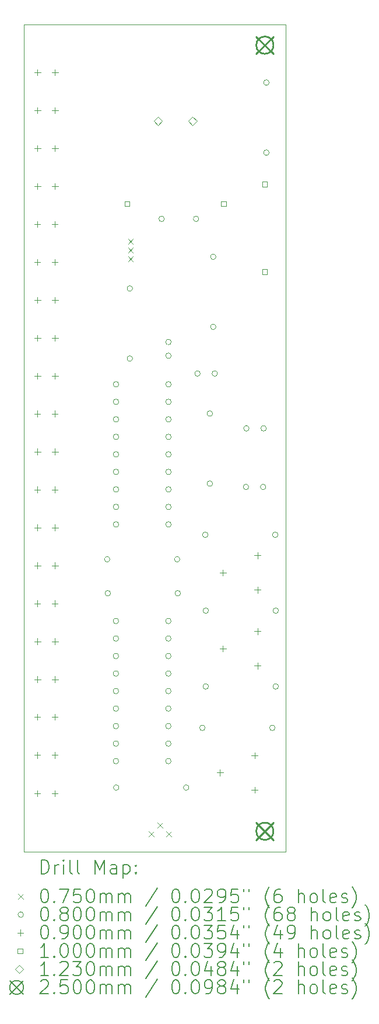
<source format=gbr>
%TF.GenerationSoftware,KiCad,Pcbnew,6.0.8-f2edbf62ab~116~ubuntu20.04.1*%
%TF.CreationDate,2022-11-01T19:33:54+01:00*%
%TF.ProjectId,temp,74656d70-2e6b-4696-9361-645f70636258,rev?*%
%TF.SameCoordinates,Original*%
%TF.FileFunction,Drillmap*%
%TF.FilePolarity,Positive*%
%FSLAX45Y45*%
G04 Gerber Fmt 4.5, Leading zero omitted, Abs format (unit mm)*
G04 Created by KiCad (PCBNEW 6.0.8-f2edbf62ab~116~ubuntu20.04.1) date 2022-11-01 19:33:54*
%MOMM*%
%LPD*%
G01*
G04 APERTURE LIST*
%ADD10C,0.100000*%
%ADD11C,0.200000*%
%ADD12C,0.075000*%
%ADD13C,0.080000*%
%ADD14C,0.090000*%
%ADD15C,0.123000*%
%ADD16C,0.250000*%
G04 APERTURE END LIST*
D10*
X11700000Y-15400000D02*
X15500000Y-15400000D01*
X15500000Y-15400000D02*
X15500000Y-3400000D01*
X15500000Y-3400000D02*
X11700000Y-3400000D01*
X11700000Y-3400000D02*
X11700000Y-15400000D01*
D11*
D12*
X13212500Y-6508500D02*
X13287500Y-6583500D01*
X13287500Y-6508500D02*
X13212500Y-6583500D01*
X13212500Y-6635500D02*
X13287500Y-6710500D01*
X13287500Y-6635500D02*
X13212500Y-6710500D01*
X13212500Y-6762500D02*
X13287500Y-6837500D01*
X13287500Y-6762500D02*
X13212500Y-6837500D01*
X13512500Y-15098500D02*
X13587500Y-15173500D01*
X13587500Y-15098500D02*
X13512500Y-15173500D01*
X13639500Y-14971500D02*
X13714500Y-15046500D01*
X13714500Y-14971500D02*
X13639500Y-15046500D01*
X13766500Y-15098500D02*
X13841500Y-15173500D01*
X13841500Y-15098500D02*
X13766500Y-15173500D01*
D13*
X12949369Y-11155583D02*
G75*
G03*
X12949369Y-11155583I-40000J0D01*
G01*
X12959423Y-11648370D02*
G75*
G03*
X12959423Y-11648370I-40000J0D01*
G01*
X13076282Y-12050546D02*
G75*
G03*
X13076282Y-12050546I-40000J0D01*
G01*
X13076282Y-12304546D02*
G75*
G03*
X13076282Y-12304546I-40000J0D01*
G01*
X13076282Y-12558546D02*
G75*
G03*
X13076282Y-12558546I-40000J0D01*
G01*
X13076282Y-12812546D02*
G75*
G03*
X13076282Y-12812546I-40000J0D01*
G01*
X13076282Y-13066546D02*
G75*
G03*
X13076282Y-13066546I-40000J0D01*
G01*
X13076282Y-13320546D02*
G75*
G03*
X13076282Y-13320546I-40000J0D01*
G01*
X13076282Y-13574546D02*
G75*
G03*
X13076282Y-13574546I-40000J0D01*
G01*
X13076282Y-13828546D02*
G75*
G03*
X13076282Y-13828546I-40000J0D01*
G01*
X13076282Y-14082546D02*
G75*
G03*
X13076282Y-14082546I-40000J0D01*
G01*
X13078000Y-8618000D02*
G75*
G03*
X13078000Y-8618000I-40000J0D01*
G01*
X13078000Y-8872000D02*
G75*
G03*
X13078000Y-8872000I-40000J0D01*
G01*
X13078000Y-9126000D02*
G75*
G03*
X13078000Y-9126000I-40000J0D01*
G01*
X13078000Y-9380000D02*
G75*
G03*
X13078000Y-9380000I-40000J0D01*
G01*
X13078000Y-9634000D02*
G75*
G03*
X13078000Y-9634000I-40000J0D01*
G01*
X13078000Y-9888000D02*
G75*
G03*
X13078000Y-9888000I-40000J0D01*
G01*
X13078000Y-10142000D02*
G75*
G03*
X13078000Y-10142000I-40000J0D01*
G01*
X13078000Y-10396000D02*
G75*
G03*
X13078000Y-10396000I-40000J0D01*
G01*
X13078000Y-10650000D02*
G75*
G03*
X13078000Y-10650000I-40000J0D01*
G01*
X13082000Y-14466460D02*
G75*
G03*
X13082000Y-14466460I-40000J0D01*
G01*
X13278696Y-7227888D02*
G75*
G03*
X13278696Y-7227888I-40000J0D01*
G01*
X13278696Y-8243888D02*
G75*
G03*
X13278696Y-8243888I-40000J0D01*
G01*
X13740251Y-6218406D02*
G75*
G03*
X13740251Y-6218406I-40000J0D01*
G01*
X13838282Y-12050546D02*
G75*
G03*
X13838282Y-12050546I-40000J0D01*
G01*
X13838282Y-12304546D02*
G75*
G03*
X13838282Y-12304546I-40000J0D01*
G01*
X13838282Y-12558546D02*
G75*
G03*
X13838282Y-12558546I-40000J0D01*
G01*
X13838282Y-12812546D02*
G75*
G03*
X13838282Y-12812546I-40000J0D01*
G01*
X13838282Y-13066546D02*
G75*
G03*
X13838282Y-13066546I-40000J0D01*
G01*
X13838282Y-13320546D02*
G75*
G03*
X13838282Y-13320546I-40000J0D01*
G01*
X13838282Y-13574546D02*
G75*
G03*
X13838282Y-13574546I-40000J0D01*
G01*
X13838282Y-13828546D02*
G75*
G03*
X13838282Y-13828546I-40000J0D01*
G01*
X13838282Y-14082546D02*
G75*
G03*
X13838282Y-14082546I-40000J0D01*
G01*
X13840000Y-8004489D02*
G75*
G03*
X13840000Y-8004489I-40000J0D01*
G01*
X13840000Y-8204489D02*
G75*
G03*
X13840000Y-8204489I-40000J0D01*
G01*
X13840000Y-8618000D02*
G75*
G03*
X13840000Y-8618000I-40000J0D01*
G01*
X13840000Y-8872000D02*
G75*
G03*
X13840000Y-8872000I-40000J0D01*
G01*
X13840000Y-9126000D02*
G75*
G03*
X13840000Y-9126000I-40000J0D01*
G01*
X13840000Y-9380000D02*
G75*
G03*
X13840000Y-9380000I-40000J0D01*
G01*
X13840000Y-9634000D02*
G75*
G03*
X13840000Y-9634000I-40000J0D01*
G01*
X13840000Y-9888000D02*
G75*
G03*
X13840000Y-9888000I-40000J0D01*
G01*
X13840000Y-10142000D02*
G75*
G03*
X13840000Y-10142000I-40000J0D01*
G01*
X13840000Y-10396000D02*
G75*
G03*
X13840000Y-10396000I-40000J0D01*
G01*
X13840000Y-10650000D02*
G75*
G03*
X13840000Y-10650000I-40000J0D01*
G01*
X13965369Y-11155583D02*
G75*
G03*
X13965369Y-11155583I-40000J0D01*
G01*
X13975423Y-11648370D02*
G75*
G03*
X13975423Y-11648370I-40000J0D01*
G01*
X14098000Y-14466460D02*
G75*
G03*
X14098000Y-14466460I-40000J0D01*
G01*
X14240251Y-6218406D02*
G75*
G03*
X14240251Y-6218406I-40000J0D01*
G01*
X14262049Y-8461434D02*
G75*
G03*
X14262049Y-8461434I-40000J0D01*
G01*
X14332000Y-13600000D02*
G75*
G03*
X14332000Y-13600000I-40000J0D01*
G01*
X14374000Y-10800000D02*
G75*
G03*
X14374000Y-10800000I-40000J0D01*
G01*
X14382000Y-11900000D02*
G75*
G03*
X14382000Y-11900000I-40000J0D01*
G01*
X14382000Y-13000000D02*
G75*
G03*
X14382000Y-13000000I-40000J0D01*
G01*
X14440000Y-9042000D02*
G75*
G03*
X14440000Y-9042000I-40000J0D01*
G01*
X14440000Y-10058000D02*
G75*
G03*
X14440000Y-10058000I-40000J0D01*
G01*
X14490000Y-6769000D02*
G75*
G03*
X14490000Y-6769000I-40000J0D01*
G01*
X14490000Y-7785000D02*
G75*
G03*
X14490000Y-7785000I-40000J0D01*
G01*
X14512049Y-8461434D02*
G75*
G03*
X14512049Y-8461434I-40000J0D01*
G01*
X14964981Y-10106601D02*
G75*
G03*
X14964981Y-10106601I-40000J0D01*
G01*
X14971743Y-9256601D02*
G75*
G03*
X14971743Y-9256601I-40000J0D01*
G01*
X15214981Y-10106601D02*
G75*
G03*
X15214981Y-10106601I-40000J0D01*
G01*
X15221743Y-9256601D02*
G75*
G03*
X15221743Y-9256601I-40000J0D01*
G01*
X15261414Y-4242000D02*
G75*
G03*
X15261414Y-4242000I-40000J0D01*
G01*
X15261414Y-5258000D02*
G75*
G03*
X15261414Y-5258000I-40000J0D01*
G01*
X15348000Y-13600000D02*
G75*
G03*
X15348000Y-13600000I-40000J0D01*
G01*
X15390000Y-10800000D02*
G75*
G03*
X15390000Y-10800000I-40000J0D01*
G01*
X15398000Y-11900000D02*
G75*
G03*
X15398000Y-11900000I-40000J0D01*
G01*
X15398000Y-13000000D02*
G75*
G03*
X15398000Y-13000000I-40000J0D01*
G01*
D14*
X11896000Y-6251146D02*
X11896000Y-6341146D01*
X11851000Y-6296146D02*
X11941000Y-6296146D01*
X11896000Y-6801146D02*
X11896000Y-6891146D01*
X11851000Y-6846146D02*
X11941000Y-6846146D01*
X11896000Y-9001146D02*
X11896000Y-9091146D01*
X11851000Y-9046146D02*
X11941000Y-9046146D01*
X11896000Y-10101146D02*
X11896000Y-10191146D01*
X11851000Y-10146146D02*
X11941000Y-10146146D01*
X11896000Y-11751146D02*
X11896000Y-11841146D01*
X11851000Y-11796146D02*
X11941000Y-11796146D01*
X11896000Y-13396221D02*
X11896000Y-13486221D01*
X11851000Y-13441221D02*
X11941000Y-13441221D01*
X11896000Y-13950221D02*
X11896000Y-14040221D01*
X11851000Y-13995221D02*
X11941000Y-13995221D01*
X11896000Y-14505000D02*
X11896000Y-14595000D01*
X11851000Y-14550000D02*
X11941000Y-14550000D01*
X11899779Y-4051146D02*
X11899779Y-4141146D01*
X11854779Y-4096146D02*
X11944779Y-4096146D01*
X11899779Y-4601146D02*
X11899779Y-4691146D01*
X11854779Y-4646146D02*
X11944779Y-4646146D01*
X11899779Y-5151146D02*
X11899779Y-5241146D01*
X11854779Y-5196146D02*
X11944779Y-5196146D01*
X11899779Y-5701146D02*
X11899779Y-5791146D01*
X11854779Y-5746146D02*
X11944779Y-5746146D01*
X11899779Y-7351146D02*
X11899779Y-7441146D01*
X11854779Y-7396146D02*
X11944779Y-7396146D01*
X11899779Y-7901146D02*
X11899779Y-7991146D01*
X11854779Y-7946146D02*
X11944779Y-7946146D01*
X11899779Y-8451146D02*
X11899779Y-8541146D01*
X11854779Y-8496146D02*
X11944779Y-8496146D01*
X11899779Y-9551146D02*
X11899779Y-9641146D01*
X11854779Y-9596146D02*
X11944779Y-9596146D01*
X11899779Y-10651146D02*
X11899779Y-10741146D01*
X11854779Y-10696146D02*
X11944779Y-10696146D01*
X11899779Y-11201146D02*
X11899779Y-11291146D01*
X11854779Y-11246146D02*
X11944779Y-11246146D01*
X11899779Y-12301146D02*
X11899779Y-12391146D01*
X11854779Y-12346146D02*
X11944779Y-12346146D01*
X11899779Y-12851146D02*
X11899779Y-12941146D01*
X11854779Y-12896146D02*
X11944779Y-12896146D01*
X12150000Y-6251146D02*
X12150000Y-6341146D01*
X12105000Y-6296146D02*
X12195000Y-6296146D01*
X12150000Y-6801146D02*
X12150000Y-6891146D01*
X12105000Y-6846146D02*
X12195000Y-6846146D01*
X12150000Y-9001146D02*
X12150000Y-9091146D01*
X12105000Y-9046146D02*
X12195000Y-9046146D01*
X12150000Y-10101146D02*
X12150000Y-10191146D01*
X12105000Y-10146146D02*
X12195000Y-10146146D01*
X12150000Y-11751146D02*
X12150000Y-11841146D01*
X12105000Y-11796146D02*
X12195000Y-11796146D01*
X12150000Y-13396221D02*
X12150000Y-13486221D01*
X12105000Y-13441221D02*
X12195000Y-13441221D01*
X12150000Y-13950221D02*
X12150000Y-14040221D01*
X12105000Y-13995221D02*
X12195000Y-13995221D01*
X12150000Y-14505000D02*
X12150000Y-14595000D01*
X12105000Y-14550000D02*
X12195000Y-14550000D01*
X12153779Y-4051146D02*
X12153779Y-4141146D01*
X12108779Y-4096146D02*
X12198779Y-4096146D01*
X12153779Y-4601146D02*
X12153779Y-4691146D01*
X12108779Y-4646146D02*
X12198779Y-4646146D01*
X12153779Y-5151146D02*
X12153779Y-5241146D01*
X12108779Y-5196146D02*
X12198779Y-5196146D01*
X12153779Y-5701146D02*
X12153779Y-5791146D01*
X12108779Y-5746146D02*
X12198779Y-5746146D01*
X12153779Y-7351146D02*
X12153779Y-7441146D01*
X12108779Y-7396146D02*
X12198779Y-7396146D01*
X12153779Y-7901146D02*
X12153779Y-7991146D01*
X12108779Y-7946146D02*
X12198779Y-7946146D01*
X12153779Y-8451146D02*
X12153779Y-8541146D01*
X12108779Y-8496146D02*
X12198779Y-8496146D01*
X12153779Y-9551146D02*
X12153779Y-9641146D01*
X12108779Y-9596146D02*
X12198779Y-9596146D01*
X12153779Y-10651146D02*
X12153779Y-10741146D01*
X12108779Y-10696146D02*
X12198779Y-10696146D01*
X12153779Y-11201146D02*
X12153779Y-11291146D01*
X12108779Y-11246146D02*
X12198779Y-11246146D01*
X12153779Y-12301146D02*
X12153779Y-12391146D01*
X12108779Y-12346146D02*
X12198779Y-12346146D01*
X12153779Y-12851146D02*
X12153779Y-12941146D01*
X12108779Y-12896146D02*
X12198779Y-12896146D01*
X14550000Y-14205000D02*
X14550000Y-14295000D01*
X14505000Y-14250000D02*
X14595000Y-14250000D01*
X14592000Y-11305000D02*
X14592000Y-11395000D01*
X14547000Y-11350000D02*
X14637000Y-11350000D01*
X14592000Y-12405000D02*
X14592000Y-12495000D01*
X14547000Y-12450000D02*
X14637000Y-12450000D01*
X15050000Y-13955000D02*
X15050000Y-14045000D01*
X15005000Y-14000000D02*
X15095000Y-14000000D01*
X15050000Y-14455000D02*
X15050000Y-14545000D01*
X15005000Y-14500000D02*
X15095000Y-14500000D01*
X15092000Y-11055000D02*
X15092000Y-11145000D01*
X15047000Y-11100000D02*
X15137000Y-11100000D01*
X15092000Y-11555000D02*
X15092000Y-11645000D01*
X15047000Y-11600000D02*
X15137000Y-11600000D01*
X15092000Y-12155000D02*
X15092000Y-12245000D01*
X15047000Y-12200000D02*
X15137000Y-12200000D01*
X15092000Y-12655000D02*
X15092000Y-12745000D01*
X15047000Y-12700000D02*
X15137000Y-12700000D01*
D10*
X13235356Y-6035356D02*
X13235356Y-5964644D01*
X13164644Y-5964644D01*
X13164644Y-6035356D01*
X13235356Y-6035356D01*
X14635356Y-6035356D02*
X14635356Y-5964644D01*
X14564644Y-5964644D01*
X14564644Y-6035356D01*
X14635356Y-6035356D01*
X15235356Y-5750356D02*
X15235356Y-5679644D01*
X15164644Y-5679644D01*
X15164644Y-5750356D01*
X15235356Y-5750356D01*
X15235356Y-7020356D02*
X15235356Y-6949644D01*
X15164644Y-6949644D01*
X15164644Y-7020356D01*
X15235356Y-7020356D01*
D15*
X13650000Y-4861500D02*
X13711500Y-4800000D01*
X13650000Y-4738500D01*
X13588500Y-4800000D01*
X13650000Y-4861500D01*
X14150000Y-4861500D02*
X14211500Y-4800000D01*
X14150000Y-4738500D01*
X14088500Y-4800000D01*
X14150000Y-4861500D01*
D16*
X15075000Y-3575000D02*
X15325000Y-3825000D01*
X15325000Y-3575000D02*
X15075000Y-3825000D01*
X15325000Y-3700000D02*
G75*
G03*
X15325000Y-3700000I-125000J0D01*
G01*
X15075000Y-14975000D02*
X15325000Y-15225000D01*
X15325000Y-14975000D02*
X15075000Y-15225000D01*
X15325000Y-15100000D02*
G75*
G03*
X15325000Y-15100000I-125000J0D01*
G01*
D11*
X11952619Y-15715476D02*
X11952619Y-15515476D01*
X12000238Y-15515476D01*
X12028809Y-15525000D01*
X12047857Y-15544048D01*
X12057381Y-15563095D01*
X12066905Y-15601190D01*
X12066905Y-15629762D01*
X12057381Y-15667857D01*
X12047857Y-15686905D01*
X12028809Y-15705952D01*
X12000238Y-15715476D01*
X11952619Y-15715476D01*
X12152619Y-15715476D02*
X12152619Y-15582143D01*
X12152619Y-15620238D02*
X12162143Y-15601190D01*
X12171667Y-15591667D01*
X12190714Y-15582143D01*
X12209762Y-15582143D01*
X12276428Y-15715476D02*
X12276428Y-15582143D01*
X12276428Y-15515476D02*
X12266905Y-15525000D01*
X12276428Y-15534524D01*
X12285952Y-15525000D01*
X12276428Y-15515476D01*
X12276428Y-15534524D01*
X12400238Y-15715476D02*
X12381190Y-15705952D01*
X12371667Y-15686905D01*
X12371667Y-15515476D01*
X12505000Y-15715476D02*
X12485952Y-15705952D01*
X12476428Y-15686905D01*
X12476428Y-15515476D01*
X12733571Y-15715476D02*
X12733571Y-15515476D01*
X12800238Y-15658333D01*
X12866905Y-15515476D01*
X12866905Y-15715476D01*
X13047857Y-15715476D02*
X13047857Y-15610714D01*
X13038333Y-15591667D01*
X13019286Y-15582143D01*
X12981190Y-15582143D01*
X12962143Y-15591667D01*
X13047857Y-15705952D02*
X13028809Y-15715476D01*
X12981190Y-15715476D01*
X12962143Y-15705952D01*
X12952619Y-15686905D01*
X12952619Y-15667857D01*
X12962143Y-15648809D01*
X12981190Y-15639286D01*
X13028809Y-15639286D01*
X13047857Y-15629762D01*
X13143095Y-15582143D02*
X13143095Y-15782143D01*
X13143095Y-15591667D02*
X13162143Y-15582143D01*
X13200238Y-15582143D01*
X13219286Y-15591667D01*
X13228809Y-15601190D01*
X13238333Y-15620238D01*
X13238333Y-15677381D01*
X13228809Y-15696428D01*
X13219286Y-15705952D01*
X13200238Y-15715476D01*
X13162143Y-15715476D01*
X13143095Y-15705952D01*
X13324048Y-15696428D02*
X13333571Y-15705952D01*
X13324048Y-15715476D01*
X13314524Y-15705952D01*
X13324048Y-15696428D01*
X13324048Y-15715476D01*
X13324048Y-15591667D02*
X13333571Y-15601190D01*
X13324048Y-15610714D01*
X13314524Y-15601190D01*
X13324048Y-15591667D01*
X13324048Y-15610714D01*
D12*
X11620000Y-16007500D02*
X11695000Y-16082500D01*
X11695000Y-16007500D02*
X11620000Y-16082500D01*
D11*
X11990714Y-15935476D02*
X12009762Y-15935476D01*
X12028809Y-15945000D01*
X12038333Y-15954524D01*
X12047857Y-15973571D01*
X12057381Y-16011667D01*
X12057381Y-16059286D01*
X12047857Y-16097381D01*
X12038333Y-16116428D01*
X12028809Y-16125952D01*
X12009762Y-16135476D01*
X11990714Y-16135476D01*
X11971667Y-16125952D01*
X11962143Y-16116428D01*
X11952619Y-16097381D01*
X11943095Y-16059286D01*
X11943095Y-16011667D01*
X11952619Y-15973571D01*
X11962143Y-15954524D01*
X11971667Y-15945000D01*
X11990714Y-15935476D01*
X12143095Y-16116428D02*
X12152619Y-16125952D01*
X12143095Y-16135476D01*
X12133571Y-16125952D01*
X12143095Y-16116428D01*
X12143095Y-16135476D01*
X12219286Y-15935476D02*
X12352619Y-15935476D01*
X12266905Y-16135476D01*
X12524048Y-15935476D02*
X12428809Y-15935476D01*
X12419286Y-16030714D01*
X12428809Y-16021190D01*
X12447857Y-16011667D01*
X12495476Y-16011667D01*
X12514524Y-16021190D01*
X12524048Y-16030714D01*
X12533571Y-16049762D01*
X12533571Y-16097381D01*
X12524048Y-16116428D01*
X12514524Y-16125952D01*
X12495476Y-16135476D01*
X12447857Y-16135476D01*
X12428809Y-16125952D01*
X12419286Y-16116428D01*
X12657381Y-15935476D02*
X12676428Y-15935476D01*
X12695476Y-15945000D01*
X12705000Y-15954524D01*
X12714524Y-15973571D01*
X12724048Y-16011667D01*
X12724048Y-16059286D01*
X12714524Y-16097381D01*
X12705000Y-16116428D01*
X12695476Y-16125952D01*
X12676428Y-16135476D01*
X12657381Y-16135476D01*
X12638333Y-16125952D01*
X12628809Y-16116428D01*
X12619286Y-16097381D01*
X12609762Y-16059286D01*
X12609762Y-16011667D01*
X12619286Y-15973571D01*
X12628809Y-15954524D01*
X12638333Y-15945000D01*
X12657381Y-15935476D01*
X12809762Y-16135476D02*
X12809762Y-16002143D01*
X12809762Y-16021190D02*
X12819286Y-16011667D01*
X12838333Y-16002143D01*
X12866905Y-16002143D01*
X12885952Y-16011667D01*
X12895476Y-16030714D01*
X12895476Y-16135476D01*
X12895476Y-16030714D02*
X12905000Y-16011667D01*
X12924048Y-16002143D01*
X12952619Y-16002143D01*
X12971667Y-16011667D01*
X12981190Y-16030714D01*
X12981190Y-16135476D01*
X13076428Y-16135476D02*
X13076428Y-16002143D01*
X13076428Y-16021190D02*
X13085952Y-16011667D01*
X13105000Y-16002143D01*
X13133571Y-16002143D01*
X13152619Y-16011667D01*
X13162143Y-16030714D01*
X13162143Y-16135476D01*
X13162143Y-16030714D02*
X13171667Y-16011667D01*
X13190714Y-16002143D01*
X13219286Y-16002143D01*
X13238333Y-16011667D01*
X13247857Y-16030714D01*
X13247857Y-16135476D01*
X13638333Y-15925952D02*
X13466905Y-16183095D01*
X13895476Y-15935476D02*
X13914524Y-15935476D01*
X13933571Y-15945000D01*
X13943095Y-15954524D01*
X13952619Y-15973571D01*
X13962143Y-16011667D01*
X13962143Y-16059286D01*
X13952619Y-16097381D01*
X13943095Y-16116428D01*
X13933571Y-16125952D01*
X13914524Y-16135476D01*
X13895476Y-16135476D01*
X13876428Y-16125952D01*
X13866905Y-16116428D01*
X13857381Y-16097381D01*
X13847857Y-16059286D01*
X13847857Y-16011667D01*
X13857381Y-15973571D01*
X13866905Y-15954524D01*
X13876428Y-15945000D01*
X13895476Y-15935476D01*
X14047857Y-16116428D02*
X14057381Y-16125952D01*
X14047857Y-16135476D01*
X14038333Y-16125952D01*
X14047857Y-16116428D01*
X14047857Y-16135476D01*
X14181190Y-15935476D02*
X14200238Y-15935476D01*
X14219286Y-15945000D01*
X14228809Y-15954524D01*
X14238333Y-15973571D01*
X14247857Y-16011667D01*
X14247857Y-16059286D01*
X14238333Y-16097381D01*
X14228809Y-16116428D01*
X14219286Y-16125952D01*
X14200238Y-16135476D01*
X14181190Y-16135476D01*
X14162143Y-16125952D01*
X14152619Y-16116428D01*
X14143095Y-16097381D01*
X14133571Y-16059286D01*
X14133571Y-16011667D01*
X14143095Y-15973571D01*
X14152619Y-15954524D01*
X14162143Y-15945000D01*
X14181190Y-15935476D01*
X14324048Y-15954524D02*
X14333571Y-15945000D01*
X14352619Y-15935476D01*
X14400238Y-15935476D01*
X14419286Y-15945000D01*
X14428809Y-15954524D01*
X14438333Y-15973571D01*
X14438333Y-15992619D01*
X14428809Y-16021190D01*
X14314524Y-16135476D01*
X14438333Y-16135476D01*
X14533571Y-16135476D02*
X14571667Y-16135476D01*
X14590714Y-16125952D01*
X14600238Y-16116428D01*
X14619286Y-16087857D01*
X14628809Y-16049762D01*
X14628809Y-15973571D01*
X14619286Y-15954524D01*
X14609762Y-15945000D01*
X14590714Y-15935476D01*
X14552619Y-15935476D01*
X14533571Y-15945000D01*
X14524048Y-15954524D01*
X14514524Y-15973571D01*
X14514524Y-16021190D01*
X14524048Y-16040238D01*
X14533571Y-16049762D01*
X14552619Y-16059286D01*
X14590714Y-16059286D01*
X14609762Y-16049762D01*
X14619286Y-16040238D01*
X14628809Y-16021190D01*
X14809762Y-15935476D02*
X14714524Y-15935476D01*
X14705000Y-16030714D01*
X14714524Y-16021190D01*
X14733571Y-16011667D01*
X14781190Y-16011667D01*
X14800238Y-16021190D01*
X14809762Y-16030714D01*
X14819286Y-16049762D01*
X14819286Y-16097381D01*
X14809762Y-16116428D01*
X14800238Y-16125952D01*
X14781190Y-16135476D01*
X14733571Y-16135476D01*
X14714524Y-16125952D01*
X14705000Y-16116428D01*
X14895476Y-15935476D02*
X14895476Y-15973571D01*
X14971667Y-15935476D02*
X14971667Y-15973571D01*
X15266905Y-16211667D02*
X15257381Y-16202143D01*
X15238333Y-16173571D01*
X15228809Y-16154524D01*
X15219286Y-16125952D01*
X15209762Y-16078333D01*
X15209762Y-16040238D01*
X15219286Y-15992619D01*
X15228809Y-15964048D01*
X15238333Y-15945000D01*
X15257381Y-15916428D01*
X15266905Y-15906905D01*
X15428809Y-15935476D02*
X15390714Y-15935476D01*
X15371667Y-15945000D01*
X15362143Y-15954524D01*
X15343095Y-15983095D01*
X15333571Y-16021190D01*
X15333571Y-16097381D01*
X15343095Y-16116428D01*
X15352619Y-16125952D01*
X15371667Y-16135476D01*
X15409762Y-16135476D01*
X15428809Y-16125952D01*
X15438333Y-16116428D01*
X15447857Y-16097381D01*
X15447857Y-16049762D01*
X15438333Y-16030714D01*
X15428809Y-16021190D01*
X15409762Y-16011667D01*
X15371667Y-16011667D01*
X15352619Y-16021190D01*
X15343095Y-16030714D01*
X15333571Y-16049762D01*
X15685952Y-16135476D02*
X15685952Y-15935476D01*
X15771667Y-16135476D02*
X15771667Y-16030714D01*
X15762143Y-16011667D01*
X15743095Y-16002143D01*
X15714524Y-16002143D01*
X15695476Y-16011667D01*
X15685952Y-16021190D01*
X15895476Y-16135476D02*
X15876428Y-16125952D01*
X15866905Y-16116428D01*
X15857381Y-16097381D01*
X15857381Y-16040238D01*
X15866905Y-16021190D01*
X15876428Y-16011667D01*
X15895476Y-16002143D01*
X15924048Y-16002143D01*
X15943095Y-16011667D01*
X15952619Y-16021190D01*
X15962143Y-16040238D01*
X15962143Y-16097381D01*
X15952619Y-16116428D01*
X15943095Y-16125952D01*
X15924048Y-16135476D01*
X15895476Y-16135476D01*
X16076428Y-16135476D02*
X16057381Y-16125952D01*
X16047857Y-16106905D01*
X16047857Y-15935476D01*
X16228809Y-16125952D02*
X16209762Y-16135476D01*
X16171667Y-16135476D01*
X16152619Y-16125952D01*
X16143095Y-16106905D01*
X16143095Y-16030714D01*
X16152619Y-16011667D01*
X16171667Y-16002143D01*
X16209762Y-16002143D01*
X16228809Y-16011667D01*
X16238333Y-16030714D01*
X16238333Y-16049762D01*
X16143095Y-16068809D01*
X16314524Y-16125952D02*
X16333571Y-16135476D01*
X16371667Y-16135476D01*
X16390714Y-16125952D01*
X16400238Y-16106905D01*
X16400238Y-16097381D01*
X16390714Y-16078333D01*
X16371667Y-16068809D01*
X16343095Y-16068809D01*
X16324048Y-16059286D01*
X16314524Y-16040238D01*
X16314524Y-16030714D01*
X16324048Y-16011667D01*
X16343095Y-16002143D01*
X16371667Y-16002143D01*
X16390714Y-16011667D01*
X16466905Y-16211667D02*
X16476428Y-16202143D01*
X16495476Y-16173571D01*
X16505000Y-16154524D01*
X16514524Y-16125952D01*
X16524048Y-16078333D01*
X16524048Y-16040238D01*
X16514524Y-15992619D01*
X16505000Y-15964048D01*
X16495476Y-15945000D01*
X16476428Y-15916428D01*
X16466905Y-15906905D01*
D13*
X11695000Y-16309000D02*
G75*
G03*
X11695000Y-16309000I-40000J0D01*
G01*
D11*
X11990714Y-16199476D02*
X12009762Y-16199476D01*
X12028809Y-16209000D01*
X12038333Y-16218524D01*
X12047857Y-16237571D01*
X12057381Y-16275667D01*
X12057381Y-16323286D01*
X12047857Y-16361381D01*
X12038333Y-16380428D01*
X12028809Y-16389952D01*
X12009762Y-16399476D01*
X11990714Y-16399476D01*
X11971667Y-16389952D01*
X11962143Y-16380428D01*
X11952619Y-16361381D01*
X11943095Y-16323286D01*
X11943095Y-16275667D01*
X11952619Y-16237571D01*
X11962143Y-16218524D01*
X11971667Y-16209000D01*
X11990714Y-16199476D01*
X12143095Y-16380428D02*
X12152619Y-16389952D01*
X12143095Y-16399476D01*
X12133571Y-16389952D01*
X12143095Y-16380428D01*
X12143095Y-16399476D01*
X12266905Y-16285190D02*
X12247857Y-16275667D01*
X12238333Y-16266143D01*
X12228809Y-16247095D01*
X12228809Y-16237571D01*
X12238333Y-16218524D01*
X12247857Y-16209000D01*
X12266905Y-16199476D01*
X12305000Y-16199476D01*
X12324048Y-16209000D01*
X12333571Y-16218524D01*
X12343095Y-16237571D01*
X12343095Y-16247095D01*
X12333571Y-16266143D01*
X12324048Y-16275667D01*
X12305000Y-16285190D01*
X12266905Y-16285190D01*
X12247857Y-16294714D01*
X12238333Y-16304238D01*
X12228809Y-16323286D01*
X12228809Y-16361381D01*
X12238333Y-16380428D01*
X12247857Y-16389952D01*
X12266905Y-16399476D01*
X12305000Y-16399476D01*
X12324048Y-16389952D01*
X12333571Y-16380428D01*
X12343095Y-16361381D01*
X12343095Y-16323286D01*
X12333571Y-16304238D01*
X12324048Y-16294714D01*
X12305000Y-16285190D01*
X12466905Y-16199476D02*
X12485952Y-16199476D01*
X12505000Y-16209000D01*
X12514524Y-16218524D01*
X12524048Y-16237571D01*
X12533571Y-16275667D01*
X12533571Y-16323286D01*
X12524048Y-16361381D01*
X12514524Y-16380428D01*
X12505000Y-16389952D01*
X12485952Y-16399476D01*
X12466905Y-16399476D01*
X12447857Y-16389952D01*
X12438333Y-16380428D01*
X12428809Y-16361381D01*
X12419286Y-16323286D01*
X12419286Y-16275667D01*
X12428809Y-16237571D01*
X12438333Y-16218524D01*
X12447857Y-16209000D01*
X12466905Y-16199476D01*
X12657381Y-16199476D02*
X12676428Y-16199476D01*
X12695476Y-16209000D01*
X12705000Y-16218524D01*
X12714524Y-16237571D01*
X12724048Y-16275667D01*
X12724048Y-16323286D01*
X12714524Y-16361381D01*
X12705000Y-16380428D01*
X12695476Y-16389952D01*
X12676428Y-16399476D01*
X12657381Y-16399476D01*
X12638333Y-16389952D01*
X12628809Y-16380428D01*
X12619286Y-16361381D01*
X12609762Y-16323286D01*
X12609762Y-16275667D01*
X12619286Y-16237571D01*
X12628809Y-16218524D01*
X12638333Y-16209000D01*
X12657381Y-16199476D01*
X12809762Y-16399476D02*
X12809762Y-16266143D01*
X12809762Y-16285190D02*
X12819286Y-16275667D01*
X12838333Y-16266143D01*
X12866905Y-16266143D01*
X12885952Y-16275667D01*
X12895476Y-16294714D01*
X12895476Y-16399476D01*
X12895476Y-16294714D02*
X12905000Y-16275667D01*
X12924048Y-16266143D01*
X12952619Y-16266143D01*
X12971667Y-16275667D01*
X12981190Y-16294714D01*
X12981190Y-16399476D01*
X13076428Y-16399476D02*
X13076428Y-16266143D01*
X13076428Y-16285190D02*
X13085952Y-16275667D01*
X13105000Y-16266143D01*
X13133571Y-16266143D01*
X13152619Y-16275667D01*
X13162143Y-16294714D01*
X13162143Y-16399476D01*
X13162143Y-16294714D02*
X13171667Y-16275667D01*
X13190714Y-16266143D01*
X13219286Y-16266143D01*
X13238333Y-16275667D01*
X13247857Y-16294714D01*
X13247857Y-16399476D01*
X13638333Y-16189952D02*
X13466905Y-16447095D01*
X13895476Y-16199476D02*
X13914524Y-16199476D01*
X13933571Y-16209000D01*
X13943095Y-16218524D01*
X13952619Y-16237571D01*
X13962143Y-16275667D01*
X13962143Y-16323286D01*
X13952619Y-16361381D01*
X13943095Y-16380428D01*
X13933571Y-16389952D01*
X13914524Y-16399476D01*
X13895476Y-16399476D01*
X13876428Y-16389952D01*
X13866905Y-16380428D01*
X13857381Y-16361381D01*
X13847857Y-16323286D01*
X13847857Y-16275667D01*
X13857381Y-16237571D01*
X13866905Y-16218524D01*
X13876428Y-16209000D01*
X13895476Y-16199476D01*
X14047857Y-16380428D02*
X14057381Y-16389952D01*
X14047857Y-16399476D01*
X14038333Y-16389952D01*
X14047857Y-16380428D01*
X14047857Y-16399476D01*
X14181190Y-16199476D02*
X14200238Y-16199476D01*
X14219286Y-16209000D01*
X14228809Y-16218524D01*
X14238333Y-16237571D01*
X14247857Y-16275667D01*
X14247857Y-16323286D01*
X14238333Y-16361381D01*
X14228809Y-16380428D01*
X14219286Y-16389952D01*
X14200238Y-16399476D01*
X14181190Y-16399476D01*
X14162143Y-16389952D01*
X14152619Y-16380428D01*
X14143095Y-16361381D01*
X14133571Y-16323286D01*
X14133571Y-16275667D01*
X14143095Y-16237571D01*
X14152619Y-16218524D01*
X14162143Y-16209000D01*
X14181190Y-16199476D01*
X14314524Y-16199476D02*
X14438333Y-16199476D01*
X14371667Y-16275667D01*
X14400238Y-16275667D01*
X14419286Y-16285190D01*
X14428809Y-16294714D01*
X14438333Y-16313762D01*
X14438333Y-16361381D01*
X14428809Y-16380428D01*
X14419286Y-16389952D01*
X14400238Y-16399476D01*
X14343095Y-16399476D01*
X14324048Y-16389952D01*
X14314524Y-16380428D01*
X14628809Y-16399476D02*
X14514524Y-16399476D01*
X14571667Y-16399476D02*
X14571667Y-16199476D01*
X14552619Y-16228048D01*
X14533571Y-16247095D01*
X14514524Y-16256619D01*
X14809762Y-16199476D02*
X14714524Y-16199476D01*
X14705000Y-16294714D01*
X14714524Y-16285190D01*
X14733571Y-16275667D01*
X14781190Y-16275667D01*
X14800238Y-16285190D01*
X14809762Y-16294714D01*
X14819286Y-16313762D01*
X14819286Y-16361381D01*
X14809762Y-16380428D01*
X14800238Y-16389952D01*
X14781190Y-16399476D01*
X14733571Y-16399476D01*
X14714524Y-16389952D01*
X14705000Y-16380428D01*
X14895476Y-16199476D02*
X14895476Y-16237571D01*
X14971667Y-16199476D02*
X14971667Y-16237571D01*
X15266905Y-16475667D02*
X15257381Y-16466143D01*
X15238333Y-16437571D01*
X15228809Y-16418524D01*
X15219286Y-16389952D01*
X15209762Y-16342333D01*
X15209762Y-16304238D01*
X15219286Y-16256619D01*
X15228809Y-16228048D01*
X15238333Y-16209000D01*
X15257381Y-16180428D01*
X15266905Y-16170905D01*
X15428809Y-16199476D02*
X15390714Y-16199476D01*
X15371667Y-16209000D01*
X15362143Y-16218524D01*
X15343095Y-16247095D01*
X15333571Y-16285190D01*
X15333571Y-16361381D01*
X15343095Y-16380428D01*
X15352619Y-16389952D01*
X15371667Y-16399476D01*
X15409762Y-16399476D01*
X15428809Y-16389952D01*
X15438333Y-16380428D01*
X15447857Y-16361381D01*
X15447857Y-16313762D01*
X15438333Y-16294714D01*
X15428809Y-16285190D01*
X15409762Y-16275667D01*
X15371667Y-16275667D01*
X15352619Y-16285190D01*
X15343095Y-16294714D01*
X15333571Y-16313762D01*
X15562143Y-16285190D02*
X15543095Y-16275667D01*
X15533571Y-16266143D01*
X15524048Y-16247095D01*
X15524048Y-16237571D01*
X15533571Y-16218524D01*
X15543095Y-16209000D01*
X15562143Y-16199476D01*
X15600238Y-16199476D01*
X15619286Y-16209000D01*
X15628809Y-16218524D01*
X15638333Y-16237571D01*
X15638333Y-16247095D01*
X15628809Y-16266143D01*
X15619286Y-16275667D01*
X15600238Y-16285190D01*
X15562143Y-16285190D01*
X15543095Y-16294714D01*
X15533571Y-16304238D01*
X15524048Y-16323286D01*
X15524048Y-16361381D01*
X15533571Y-16380428D01*
X15543095Y-16389952D01*
X15562143Y-16399476D01*
X15600238Y-16399476D01*
X15619286Y-16389952D01*
X15628809Y-16380428D01*
X15638333Y-16361381D01*
X15638333Y-16323286D01*
X15628809Y-16304238D01*
X15619286Y-16294714D01*
X15600238Y-16285190D01*
X15876428Y-16399476D02*
X15876428Y-16199476D01*
X15962143Y-16399476D02*
X15962143Y-16294714D01*
X15952619Y-16275667D01*
X15933571Y-16266143D01*
X15905000Y-16266143D01*
X15885952Y-16275667D01*
X15876428Y-16285190D01*
X16085952Y-16399476D02*
X16066905Y-16389952D01*
X16057381Y-16380428D01*
X16047857Y-16361381D01*
X16047857Y-16304238D01*
X16057381Y-16285190D01*
X16066905Y-16275667D01*
X16085952Y-16266143D01*
X16114524Y-16266143D01*
X16133571Y-16275667D01*
X16143095Y-16285190D01*
X16152619Y-16304238D01*
X16152619Y-16361381D01*
X16143095Y-16380428D01*
X16133571Y-16389952D01*
X16114524Y-16399476D01*
X16085952Y-16399476D01*
X16266905Y-16399476D02*
X16247857Y-16389952D01*
X16238333Y-16370905D01*
X16238333Y-16199476D01*
X16419286Y-16389952D02*
X16400238Y-16399476D01*
X16362143Y-16399476D01*
X16343095Y-16389952D01*
X16333571Y-16370905D01*
X16333571Y-16294714D01*
X16343095Y-16275667D01*
X16362143Y-16266143D01*
X16400238Y-16266143D01*
X16419286Y-16275667D01*
X16428809Y-16294714D01*
X16428809Y-16313762D01*
X16333571Y-16332809D01*
X16505000Y-16389952D02*
X16524048Y-16399476D01*
X16562143Y-16399476D01*
X16581190Y-16389952D01*
X16590714Y-16370905D01*
X16590714Y-16361381D01*
X16581190Y-16342333D01*
X16562143Y-16332809D01*
X16533571Y-16332809D01*
X16514524Y-16323286D01*
X16505000Y-16304238D01*
X16505000Y-16294714D01*
X16514524Y-16275667D01*
X16533571Y-16266143D01*
X16562143Y-16266143D01*
X16581190Y-16275667D01*
X16657381Y-16475667D02*
X16666905Y-16466143D01*
X16685952Y-16437571D01*
X16695476Y-16418524D01*
X16705000Y-16389952D01*
X16714524Y-16342333D01*
X16714524Y-16304238D01*
X16705000Y-16256619D01*
X16695476Y-16228048D01*
X16685952Y-16209000D01*
X16666905Y-16180428D01*
X16657381Y-16170905D01*
D14*
X11650000Y-16528000D02*
X11650000Y-16618000D01*
X11605000Y-16573000D02*
X11695000Y-16573000D01*
D11*
X11990714Y-16463476D02*
X12009762Y-16463476D01*
X12028809Y-16473000D01*
X12038333Y-16482524D01*
X12047857Y-16501571D01*
X12057381Y-16539667D01*
X12057381Y-16587286D01*
X12047857Y-16625381D01*
X12038333Y-16644428D01*
X12028809Y-16653952D01*
X12009762Y-16663476D01*
X11990714Y-16663476D01*
X11971667Y-16653952D01*
X11962143Y-16644428D01*
X11952619Y-16625381D01*
X11943095Y-16587286D01*
X11943095Y-16539667D01*
X11952619Y-16501571D01*
X11962143Y-16482524D01*
X11971667Y-16473000D01*
X11990714Y-16463476D01*
X12143095Y-16644428D02*
X12152619Y-16653952D01*
X12143095Y-16663476D01*
X12133571Y-16653952D01*
X12143095Y-16644428D01*
X12143095Y-16663476D01*
X12247857Y-16663476D02*
X12285952Y-16663476D01*
X12305000Y-16653952D01*
X12314524Y-16644428D01*
X12333571Y-16615857D01*
X12343095Y-16577762D01*
X12343095Y-16501571D01*
X12333571Y-16482524D01*
X12324048Y-16473000D01*
X12305000Y-16463476D01*
X12266905Y-16463476D01*
X12247857Y-16473000D01*
X12238333Y-16482524D01*
X12228809Y-16501571D01*
X12228809Y-16549190D01*
X12238333Y-16568238D01*
X12247857Y-16577762D01*
X12266905Y-16587286D01*
X12305000Y-16587286D01*
X12324048Y-16577762D01*
X12333571Y-16568238D01*
X12343095Y-16549190D01*
X12466905Y-16463476D02*
X12485952Y-16463476D01*
X12505000Y-16473000D01*
X12514524Y-16482524D01*
X12524048Y-16501571D01*
X12533571Y-16539667D01*
X12533571Y-16587286D01*
X12524048Y-16625381D01*
X12514524Y-16644428D01*
X12505000Y-16653952D01*
X12485952Y-16663476D01*
X12466905Y-16663476D01*
X12447857Y-16653952D01*
X12438333Y-16644428D01*
X12428809Y-16625381D01*
X12419286Y-16587286D01*
X12419286Y-16539667D01*
X12428809Y-16501571D01*
X12438333Y-16482524D01*
X12447857Y-16473000D01*
X12466905Y-16463476D01*
X12657381Y-16463476D02*
X12676428Y-16463476D01*
X12695476Y-16473000D01*
X12705000Y-16482524D01*
X12714524Y-16501571D01*
X12724048Y-16539667D01*
X12724048Y-16587286D01*
X12714524Y-16625381D01*
X12705000Y-16644428D01*
X12695476Y-16653952D01*
X12676428Y-16663476D01*
X12657381Y-16663476D01*
X12638333Y-16653952D01*
X12628809Y-16644428D01*
X12619286Y-16625381D01*
X12609762Y-16587286D01*
X12609762Y-16539667D01*
X12619286Y-16501571D01*
X12628809Y-16482524D01*
X12638333Y-16473000D01*
X12657381Y-16463476D01*
X12809762Y-16663476D02*
X12809762Y-16530143D01*
X12809762Y-16549190D02*
X12819286Y-16539667D01*
X12838333Y-16530143D01*
X12866905Y-16530143D01*
X12885952Y-16539667D01*
X12895476Y-16558714D01*
X12895476Y-16663476D01*
X12895476Y-16558714D02*
X12905000Y-16539667D01*
X12924048Y-16530143D01*
X12952619Y-16530143D01*
X12971667Y-16539667D01*
X12981190Y-16558714D01*
X12981190Y-16663476D01*
X13076428Y-16663476D02*
X13076428Y-16530143D01*
X13076428Y-16549190D02*
X13085952Y-16539667D01*
X13105000Y-16530143D01*
X13133571Y-16530143D01*
X13152619Y-16539667D01*
X13162143Y-16558714D01*
X13162143Y-16663476D01*
X13162143Y-16558714D02*
X13171667Y-16539667D01*
X13190714Y-16530143D01*
X13219286Y-16530143D01*
X13238333Y-16539667D01*
X13247857Y-16558714D01*
X13247857Y-16663476D01*
X13638333Y-16453952D02*
X13466905Y-16711095D01*
X13895476Y-16463476D02*
X13914524Y-16463476D01*
X13933571Y-16473000D01*
X13943095Y-16482524D01*
X13952619Y-16501571D01*
X13962143Y-16539667D01*
X13962143Y-16587286D01*
X13952619Y-16625381D01*
X13943095Y-16644428D01*
X13933571Y-16653952D01*
X13914524Y-16663476D01*
X13895476Y-16663476D01*
X13876428Y-16653952D01*
X13866905Y-16644428D01*
X13857381Y-16625381D01*
X13847857Y-16587286D01*
X13847857Y-16539667D01*
X13857381Y-16501571D01*
X13866905Y-16482524D01*
X13876428Y-16473000D01*
X13895476Y-16463476D01*
X14047857Y-16644428D02*
X14057381Y-16653952D01*
X14047857Y-16663476D01*
X14038333Y-16653952D01*
X14047857Y-16644428D01*
X14047857Y-16663476D01*
X14181190Y-16463476D02*
X14200238Y-16463476D01*
X14219286Y-16473000D01*
X14228809Y-16482524D01*
X14238333Y-16501571D01*
X14247857Y-16539667D01*
X14247857Y-16587286D01*
X14238333Y-16625381D01*
X14228809Y-16644428D01*
X14219286Y-16653952D01*
X14200238Y-16663476D01*
X14181190Y-16663476D01*
X14162143Y-16653952D01*
X14152619Y-16644428D01*
X14143095Y-16625381D01*
X14133571Y-16587286D01*
X14133571Y-16539667D01*
X14143095Y-16501571D01*
X14152619Y-16482524D01*
X14162143Y-16473000D01*
X14181190Y-16463476D01*
X14314524Y-16463476D02*
X14438333Y-16463476D01*
X14371667Y-16539667D01*
X14400238Y-16539667D01*
X14419286Y-16549190D01*
X14428809Y-16558714D01*
X14438333Y-16577762D01*
X14438333Y-16625381D01*
X14428809Y-16644428D01*
X14419286Y-16653952D01*
X14400238Y-16663476D01*
X14343095Y-16663476D01*
X14324048Y-16653952D01*
X14314524Y-16644428D01*
X14619286Y-16463476D02*
X14524048Y-16463476D01*
X14514524Y-16558714D01*
X14524048Y-16549190D01*
X14543095Y-16539667D01*
X14590714Y-16539667D01*
X14609762Y-16549190D01*
X14619286Y-16558714D01*
X14628809Y-16577762D01*
X14628809Y-16625381D01*
X14619286Y-16644428D01*
X14609762Y-16653952D01*
X14590714Y-16663476D01*
X14543095Y-16663476D01*
X14524048Y-16653952D01*
X14514524Y-16644428D01*
X14800238Y-16530143D02*
X14800238Y-16663476D01*
X14752619Y-16453952D02*
X14705000Y-16596809D01*
X14828809Y-16596809D01*
X14895476Y-16463476D02*
X14895476Y-16501571D01*
X14971667Y-16463476D02*
X14971667Y-16501571D01*
X15266905Y-16739667D02*
X15257381Y-16730143D01*
X15238333Y-16701571D01*
X15228809Y-16682524D01*
X15219286Y-16653952D01*
X15209762Y-16606333D01*
X15209762Y-16568238D01*
X15219286Y-16520619D01*
X15228809Y-16492048D01*
X15238333Y-16473000D01*
X15257381Y-16444428D01*
X15266905Y-16434905D01*
X15428809Y-16530143D02*
X15428809Y-16663476D01*
X15381190Y-16453952D02*
X15333571Y-16596809D01*
X15457381Y-16596809D01*
X15543095Y-16663476D02*
X15581190Y-16663476D01*
X15600238Y-16653952D01*
X15609762Y-16644428D01*
X15628809Y-16615857D01*
X15638333Y-16577762D01*
X15638333Y-16501571D01*
X15628809Y-16482524D01*
X15619286Y-16473000D01*
X15600238Y-16463476D01*
X15562143Y-16463476D01*
X15543095Y-16473000D01*
X15533571Y-16482524D01*
X15524048Y-16501571D01*
X15524048Y-16549190D01*
X15533571Y-16568238D01*
X15543095Y-16577762D01*
X15562143Y-16587286D01*
X15600238Y-16587286D01*
X15619286Y-16577762D01*
X15628809Y-16568238D01*
X15638333Y-16549190D01*
X15876428Y-16663476D02*
X15876428Y-16463476D01*
X15962143Y-16663476D02*
X15962143Y-16558714D01*
X15952619Y-16539667D01*
X15933571Y-16530143D01*
X15905000Y-16530143D01*
X15885952Y-16539667D01*
X15876428Y-16549190D01*
X16085952Y-16663476D02*
X16066905Y-16653952D01*
X16057381Y-16644428D01*
X16047857Y-16625381D01*
X16047857Y-16568238D01*
X16057381Y-16549190D01*
X16066905Y-16539667D01*
X16085952Y-16530143D01*
X16114524Y-16530143D01*
X16133571Y-16539667D01*
X16143095Y-16549190D01*
X16152619Y-16568238D01*
X16152619Y-16625381D01*
X16143095Y-16644428D01*
X16133571Y-16653952D01*
X16114524Y-16663476D01*
X16085952Y-16663476D01*
X16266905Y-16663476D02*
X16247857Y-16653952D01*
X16238333Y-16634905D01*
X16238333Y-16463476D01*
X16419286Y-16653952D02*
X16400238Y-16663476D01*
X16362143Y-16663476D01*
X16343095Y-16653952D01*
X16333571Y-16634905D01*
X16333571Y-16558714D01*
X16343095Y-16539667D01*
X16362143Y-16530143D01*
X16400238Y-16530143D01*
X16419286Y-16539667D01*
X16428809Y-16558714D01*
X16428809Y-16577762D01*
X16333571Y-16596809D01*
X16505000Y-16653952D02*
X16524048Y-16663476D01*
X16562143Y-16663476D01*
X16581190Y-16653952D01*
X16590714Y-16634905D01*
X16590714Y-16625381D01*
X16581190Y-16606333D01*
X16562143Y-16596809D01*
X16533571Y-16596809D01*
X16514524Y-16587286D01*
X16505000Y-16568238D01*
X16505000Y-16558714D01*
X16514524Y-16539667D01*
X16533571Y-16530143D01*
X16562143Y-16530143D01*
X16581190Y-16539667D01*
X16657381Y-16739667D02*
X16666905Y-16730143D01*
X16685952Y-16701571D01*
X16695476Y-16682524D01*
X16705000Y-16653952D01*
X16714524Y-16606333D01*
X16714524Y-16568238D01*
X16705000Y-16520619D01*
X16695476Y-16492048D01*
X16685952Y-16473000D01*
X16666905Y-16444428D01*
X16657381Y-16434905D01*
D10*
X11680356Y-16872356D02*
X11680356Y-16801644D01*
X11609644Y-16801644D01*
X11609644Y-16872356D01*
X11680356Y-16872356D01*
D11*
X12057381Y-16927476D02*
X11943095Y-16927476D01*
X12000238Y-16927476D02*
X12000238Y-16727476D01*
X11981190Y-16756048D01*
X11962143Y-16775095D01*
X11943095Y-16784619D01*
X12143095Y-16908429D02*
X12152619Y-16917952D01*
X12143095Y-16927476D01*
X12133571Y-16917952D01*
X12143095Y-16908429D01*
X12143095Y-16927476D01*
X12276428Y-16727476D02*
X12295476Y-16727476D01*
X12314524Y-16737000D01*
X12324048Y-16746524D01*
X12333571Y-16765571D01*
X12343095Y-16803667D01*
X12343095Y-16851286D01*
X12333571Y-16889381D01*
X12324048Y-16908429D01*
X12314524Y-16917952D01*
X12295476Y-16927476D01*
X12276428Y-16927476D01*
X12257381Y-16917952D01*
X12247857Y-16908429D01*
X12238333Y-16889381D01*
X12228809Y-16851286D01*
X12228809Y-16803667D01*
X12238333Y-16765571D01*
X12247857Y-16746524D01*
X12257381Y-16737000D01*
X12276428Y-16727476D01*
X12466905Y-16727476D02*
X12485952Y-16727476D01*
X12505000Y-16737000D01*
X12514524Y-16746524D01*
X12524048Y-16765571D01*
X12533571Y-16803667D01*
X12533571Y-16851286D01*
X12524048Y-16889381D01*
X12514524Y-16908429D01*
X12505000Y-16917952D01*
X12485952Y-16927476D01*
X12466905Y-16927476D01*
X12447857Y-16917952D01*
X12438333Y-16908429D01*
X12428809Y-16889381D01*
X12419286Y-16851286D01*
X12419286Y-16803667D01*
X12428809Y-16765571D01*
X12438333Y-16746524D01*
X12447857Y-16737000D01*
X12466905Y-16727476D01*
X12657381Y-16727476D02*
X12676428Y-16727476D01*
X12695476Y-16737000D01*
X12705000Y-16746524D01*
X12714524Y-16765571D01*
X12724048Y-16803667D01*
X12724048Y-16851286D01*
X12714524Y-16889381D01*
X12705000Y-16908429D01*
X12695476Y-16917952D01*
X12676428Y-16927476D01*
X12657381Y-16927476D01*
X12638333Y-16917952D01*
X12628809Y-16908429D01*
X12619286Y-16889381D01*
X12609762Y-16851286D01*
X12609762Y-16803667D01*
X12619286Y-16765571D01*
X12628809Y-16746524D01*
X12638333Y-16737000D01*
X12657381Y-16727476D01*
X12809762Y-16927476D02*
X12809762Y-16794143D01*
X12809762Y-16813190D02*
X12819286Y-16803667D01*
X12838333Y-16794143D01*
X12866905Y-16794143D01*
X12885952Y-16803667D01*
X12895476Y-16822714D01*
X12895476Y-16927476D01*
X12895476Y-16822714D02*
X12905000Y-16803667D01*
X12924048Y-16794143D01*
X12952619Y-16794143D01*
X12971667Y-16803667D01*
X12981190Y-16822714D01*
X12981190Y-16927476D01*
X13076428Y-16927476D02*
X13076428Y-16794143D01*
X13076428Y-16813190D02*
X13085952Y-16803667D01*
X13105000Y-16794143D01*
X13133571Y-16794143D01*
X13152619Y-16803667D01*
X13162143Y-16822714D01*
X13162143Y-16927476D01*
X13162143Y-16822714D02*
X13171667Y-16803667D01*
X13190714Y-16794143D01*
X13219286Y-16794143D01*
X13238333Y-16803667D01*
X13247857Y-16822714D01*
X13247857Y-16927476D01*
X13638333Y-16717952D02*
X13466905Y-16975095D01*
X13895476Y-16727476D02*
X13914524Y-16727476D01*
X13933571Y-16737000D01*
X13943095Y-16746524D01*
X13952619Y-16765571D01*
X13962143Y-16803667D01*
X13962143Y-16851286D01*
X13952619Y-16889381D01*
X13943095Y-16908429D01*
X13933571Y-16917952D01*
X13914524Y-16927476D01*
X13895476Y-16927476D01*
X13876428Y-16917952D01*
X13866905Y-16908429D01*
X13857381Y-16889381D01*
X13847857Y-16851286D01*
X13847857Y-16803667D01*
X13857381Y-16765571D01*
X13866905Y-16746524D01*
X13876428Y-16737000D01*
X13895476Y-16727476D01*
X14047857Y-16908429D02*
X14057381Y-16917952D01*
X14047857Y-16927476D01*
X14038333Y-16917952D01*
X14047857Y-16908429D01*
X14047857Y-16927476D01*
X14181190Y-16727476D02*
X14200238Y-16727476D01*
X14219286Y-16737000D01*
X14228809Y-16746524D01*
X14238333Y-16765571D01*
X14247857Y-16803667D01*
X14247857Y-16851286D01*
X14238333Y-16889381D01*
X14228809Y-16908429D01*
X14219286Y-16917952D01*
X14200238Y-16927476D01*
X14181190Y-16927476D01*
X14162143Y-16917952D01*
X14152619Y-16908429D01*
X14143095Y-16889381D01*
X14133571Y-16851286D01*
X14133571Y-16803667D01*
X14143095Y-16765571D01*
X14152619Y-16746524D01*
X14162143Y-16737000D01*
X14181190Y-16727476D01*
X14314524Y-16727476D02*
X14438333Y-16727476D01*
X14371667Y-16803667D01*
X14400238Y-16803667D01*
X14419286Y-16813190D01*
X14428809Y-16822714D01*
X14438333Y-16841762D01*
X14438333Y-16889381D01*
X14428809Y-16908429D01*
X14419286Y-16917952D01*
X14400238Y-16927476D01*
X14343095Y-16927476D01*
X14324048Y-16917952D01*
X14314524Y-16908429D01*
X14533571Y-16927476D02*
X14571667Y-16927476D01*
X14590714Y-16917952D01*
X14600238Y-16908429D01*
X14619286Y-16879857D01*
X14628809Y-16841762D01*
X14628809Y-16765571D01*
X14619286Y-16746524D01*
X14609762Y-16737000D01*
X14590714Y-16727476D01*
X14552619Y-16727476D01*
X14533571Y-16737000D01*
X14524048Y-16746524D01*
X14514524Y-16765571D01*
X14514524Y-16813190D01*
X14524048Y-16832238D01*
X14533571Y-16841762D01*
X14552619Y-16851286D01*
X14590714Y-16851286D01*
X14609762Y-16841762D01*
X14619286Y-16832238D01*
X14628809Y-16813190D01*
X14800238Y-16794143D02*
X14800238Y-16927476D01*
X14752619Y-16717952D02*
X14705000Y-16860810D01*
X14828809Y-16860810D01*
X14895476Y-16727476D02*
X14895476Y-16765571D01*
X14971667Y-16727476D02*
X14971667Y-16765571D01*
X15266905Y-17003667D02*
X15257381Y-16994143D01*
X15238333Y-16965571D01*
X15228809Y-16946524D01*
X15219286Y-16917952D01*
X15209762Y-16870333D01*
X15209762Y-16832238D01*
X15219286Y-16784619D01*
X15228809Y-16756048D01*
X15238333Y-16737000D01*
X15257381Y-16708428D01*
X15266905Y-16698905D01*
X15428809Y-16794143D02*
X15428809Y-16927476D01*
X15381190Y-16717952D02*
X15333571Y-16860810D01*
X15457381Y-16860810D01*
X15685952Y-16927476D02*
X15685952Y-16727476D01*
X15771667Y-16927476D02*
X15771667Y-16822714D01*
X15762143Y-16803667D01*
X15743095Y-16794143D01*
X15714524Y-16794143D01*
X15695476Y-16803667D01*
X15685952Y-16813190D01*
X15895476Y-16927476D02*
X15876428Y-16917952D01*
X15866905Y-16908429D01*
X15857381Y-16889381D01*
X15857381Y-16832238D01*
X15866905Y-16813190D01*
X15876428Y-16803667D01*
X15895476Y-16794143D01*
X15924048Y-16794143D01*
X15943095Y-16803667D01*
X15952619Y-16813190D01*
X15962143Y-16832238D01*
X15962143Y-16889381D01*
X15952619Y-16908429D01*
X15943095Y-16917952D01*
X15924048Y-16927476D01*
X15895476Y-16927476D01*
X16076428Y-16927476D02*
X16057381Y-16917952D01*
X16047857Y-16898905D01*
X16047857Y-16727476D01*
X16228809Y-16917952D02*
X16209762Y-16927476D01*
X16171667Y-16927476D01*
X16152619Y-16917952D01*
X16143095Y-16898905D01*
X16143095Y-16822714D01*
X16152619Y-16803667D01*
X16171667Y-16794143D01*
X16209762Y-16794143D01*
X16228809Y-16803667D01*
X16238333Y-16822714D01*
X16238333Y-16841762D01*
X16143095Y-16860810D01*
X16314524Y-16917952D02*
X16333571Y-16927476D01*
X16371667Y-16927476D01*
X16390714Y-16917952D01*
X16400238Y-16898905D01*
X16400238Y-16889381D01*
X16390714Y-16870333D01*
X16371667Y-16860810D01*
X16343095Y-16860810D01*
X16324048Y-16851286D01*
X16314524Y-16832238D01*
X16314524Y-16822714D01*
X16324048Y-16803667D01*
X16343095Y-16794143D01*
X16371667Y-16794143D01*
X16390714Y-16803667D01*
X16466905Y-17003667D02*
X16476428Y-16994143D01*
X16495476Y-16965571D01*
X16505000Y-16946524D01*
X16514524Y-16917952D01*
X16524048Y-16870333D01*
X16524048Y-16832238D01*
X16514524Y-16784619D01*
X16505000Y-16756048D01*
X16495476Y-16737000D01*
X16476428Y-16708428D01*
X16466905Y-16698905D01*
D15*
X11633500Y-17162500D02*
X11695000Y-17101000D01*
X11633500Y-17039500D01*
X11572000Y-17101000D01*
X11633500Y-17162500D01*
D11*
X12057381Y-17191476D02*
X11943095Y-17191476D01*
X12000238Y-17191476D02*
X12000238Y-16991476D01*
X11981190Y-17020048D01*
X11962143Y-17039095D01*
X11943095Y-17048619D01*
X12143095Y-17172429D02*
X12152619Y-17181952D01*
X12143095Y-17191476D01*
X12133571Y-17181952D01*
X12143095Y-17172429D01*
X12143095Y-17191476D01*
X12228809Y-17010524D02*
X12238333Y-17001000D01*
X12257381Y-16991476D01*
X12305000Y-16991476D01*
X12324048Y-17001000D01*
X12333571Y-17010524D01*
X12343095Y-17029571D01*
X12343095Y-17048619D01*
X12333571Y-17077190D01*
X12219286Y-17191476D01*
X12343095Y-17191476D01*
X12409762Y-16991476D02*
X12533571Y-16991476D01*
X12466905Y-17067667D01*
X12495476Y-17067667D01*
X12514524Y-17077190D01*
X12524048Y-17086714D01*
X12533571Y-17105762D01*
X12533571Y-17153381D01*
X12524048Y-17172429D01*
X12514524Y-17181952D01*
X12495476Y-17191476D01*
X12438333Y-17191476D01*
X12419286Y-17181952D01*
X12409762Y-17172429D01*
X12657381Y-16991476D02*
X12676428Y-16991476D01*
X12695476Y-17001000D01*
X12705000Y-17010524D01*
X12714524Y-17029571D01*
X12724048Y-17067667D01*
X12724048Y-17115286D01*
X12714524Y-17153381D01*
X12705000Y-17172429D01*
X12695476Y-17181952D01*
X12676428Y-17191476D01*
X12657381Y-17191476D01*
X12638333Y-17181952D01*
X12628809Y-17172429D01*
X12619286Y-17153381D01*
X12609762Y-17115286D01*
X12609762Y-17067667D01*
X12619286Y-17029571D01*
X12628809Y-17010524D01*
X12638333Y-17001000D01*
X12657381Y-16991476D01*
X12809762Y-17191476D02*
X12809762Y-17058143D01*
X12809762Y-17077190D02*
X12819286Y-17067667D01*
X12838333Y-17058143D01*
X12866905Y-17058143D01*
X12885952Y-17067667D01*
X12895476Y-17086714D01*
X12895476Y-17191476D01*
X12895476Y-17086714D02*
X12905000Y-17067667D01*
X12924048Y-17058143D01*
X12952619Y-17058143D01*
X12971667Y-17067667D01*
X12981190Y-17086714D01*
X12981190Y-17191476D01*
X13076428Y-17191476D02*
X13076428Y-17058143D01*
X13076428Y-17077190D02*
X13085952Y-17067667D01*
X13105000Y-17058143D01*
X13133571Y-17058143D01*
X13152619Y-17067667D01*
X13162143Y-17086714D01*
X13162143Y-17191476D01*
X13162143Y-17086714D02*
X13171667Y-17067667D01*
X13190714Y-17058143D01*
X13219286Y-17058143D01*
X13238333Y-17067667D01*
X13247857Y-17086714D01*
X13247857Y-17191476D01*
X13638333Y-16981952D02*
X13466905Y-17239095D01*
X13895476Y-16991476D02*
X13914524Y-16991476D01*
X13933571Y-17001000D01*
X13943095Y-17010524D01*
X13952619Y-17029571D01*
X13962143Y-17067667D01*
X13962143Y-17115286D01*
X13952619Y-17153381D01*
X13943095Y-17172429D01*
X13933571Y-17181952D01*
X13914524Y-17191476D01*
X13895476Y-17191476D01*
X13876428Y-17181952D01*
X13866905Y-17172429D01*
X13857381Y-17153381D01*
X13847857Y-17115286D01*
X13847857Y-17067667D01*
X13857381Y-17029571D01*
X13866905Y-17010524D01*
X13876428Y-17001000D01*
X13895476Y-16991476D01*
X14047857Y-17172429D02*
X14057381Y-17181952D01*
X14047857Y-17191476D01*
X14038333Y-17181952D01*
X14047857Y-17172429D01*
X14047857Y-17191476D01*
X14181190Y-16991476D02*
X14200238Y-16991476D01*
X14219286Y-17001000D01*
X14228809Y-17010524D01*
X14238333Y-17029571D01*
X14247857Y-17067667D01*
X14247857Y-17115286D01*
X14238333Y-17153381D01*
X14228809Y-17172429D01*
X14219286Y-17181952D01*
X14200238Y-17191476D01*
X14181190Y-17191476D01*
X14162143Y-17181952D01*
X14152619Y-17172429D01*
X14143095Y-17153381D01*
X14133571Y-17115286D01*
X14133571Y-17067667D01*
X14143095Y-17029571D01*
X14152619Y-17010524D01*
X14162143Y-17001000D01*
X14181190Y-16991476D01*
X14419286Y-17058143D02*
X14419286Y-17191476D01*
X14371667Y-16981952D02*
X14324048Y-17124810D01*
X14447857Y-17124810D01*
X14552619Y-17077190D02*
X14533571Y-17067667D01*
X14524048Y-17058143D01*
X14514524Y-17039095D01*
X14514524Y-17029571D01*
X14524048Y-17010524D01*
X14533571Y-17001000D01*
X14552619Y-16991476D01*
X14590714Y-16991476D01*
X14609762Y-17001000D01*
X14619286Y-17010524D01*
X14628809Y-17029571D01*
X14628809Y-17039095D01*
X14619286Y-17058143D01*
X14609762Y-17067667D01*
X14590714Y-17077190D01*
X14552619Y-17077190D01*
X14533571Y-17086714D01*
X14524048Y-17096238D01*
X14514524Y-17115286D01*
X14514524Y-17153381D01*
X14524048Y-17172429D01*
X14533571Y-17181952D01*
X14552619Y-17191476D01*
X14590714Y-17191476D01*
X14609762Y-17181952D01*
X14619286Y-17172429D01*
X14628809Y-17153381D01*
X14628809Y-17115286D01*
X14619286Y-17096238D01*
X14609762Y-17086714D01*
X14590714Y-17077190D01*
X14800238Y-17058143D02*
X14800238Y-17191476D01*
X14752619Y-16981952D02*
X14705000Y-17124810D01*
X14828809Y-17124810D01*
X14895476Y-16991476D02*
X14895476Y-17029571D01*
X14971667Y-16991476D02*
X14971667Y-17029571D01*
X15266905Y-17267667D02*
X15257381Y-17258143D01*
X15238333Y-17229571D01*
X15228809Y-17210524D01*
X15219286Y-17181952D01*
X15209762Y-17134333D01*
X15209762Y-17096238D01*
X15219286Y-17048619D01*
X15228809Y-17020048D01*
X15238333Y-17001000D01*
X15257381Y-16972429D01*
X15266905Y-16962905D01*
X15333571Y-17010524D02*
X15343095Y-17001000D01*
X15362143Y-16991476D01*
X15409762Y-16991476D01*
X15428809Y-17001000D01*
X15438333Y-17010524D01*
X15447857Y-17029571D01*
X15447857Y-17048619D01*
X15438333Y-17077190D01*
X15324048Y-17191476D01*
X15447857Y-17191476D01*
X15685952Y-17191476D02*
X15685952Y-16991476D01*
X15771667Y-17191476D02*
X15771667Y-17086714D01*
X15762143Y-17067667D01*
X15743095Y-17058143D01*
X15714524Y-17058143D01*
X15695476Y-17067667D01*
X15685952Y-17077190D01*
X15895476Y-17191476D02*
X15876428Y-17181952D01*
X15866905Y-17172429D01*
X15857381Y-17153381D01*
X15857381Y-17096238D01*
X15866905Y-17077190D01*
X15876428Y-17067667D01*
X15895476Y-17058143D01*
X15924048Y-17058143D01*
X15943095Y-17067667D01*
X15952619Y-17077190D01*
X15962143Y-17096238D01*
X15962143Y-17153381D01*
X15952619Y-17172429D01*
X15943095Y-17181952D01*
X15924048Y-17191476D01*
X15895476Y-17191476D01*
X16076428Y-17191476D02*
X16057381Y-17181952D01*
X16047857Y-17162905D01*
X16047857Y-16991476D01*
X16228809Y-17181952D02*
X16209762Y-17191476D01*
X16171667Y-17191476D01*
X16152619Y-17181952D01*
X16143095Y-17162905D01*
X16143095Y-17086714D01*
X16152619Y-17067667D01*
X16171667Y-17058143D01*
X16209762Y-17058143D01*
X16228809Y-17067667D01*
X16238333Y-17086714D01*
X16238333Y-17105762D01*
X16143095Y-17124810D01*
X16314524Y-17181952D02*
X16333571Y-17191476D01*
X16371667Y-17191476D01*
X16390714Y-17181952D01*
X16400238Y-17162905D01*
X16400238Y-17153381D01*
X16390714Y-17134333D01*
X16371667Y-17124810D01*
X16343095Y-17124810D01*
X16324048Y-17115286D01*
X16314524Y-17096238D01*
X16314524Y-17086714D01*
X16324048Y-17067667D01*
X16343095Y-17058143D01*
X16371667Y-17058143D01*
X16390714Y-17067667D01*
X16466905Y-17267667D02*
X16476428Y-17258143D01*
X16495476Y-17229571D01*
X16505000Y-17210524D01*
X16514524Y-17181952D01*
X16524048Y-17134333D01*
X16524048Y-17096238D01*
X16514524Y-17048619D01*
X16505000Y-17020048D01*
X16495476Y-17001000D01*
X16476428Y-16972429D01*
X16466905Y-16962905D01*
X11495000Y-17265000D02*
X11695000Y-17465000D01*
X11695000Y-17265000D02*
X11495000Y-17465000D01*
X11695000Y-17365000D02*
G75*
G03*
X11695000Y-17365000I-100000J0D01*
G01*
X11943095Y-17274524D02*
X11952619Y-17265000D01*
X11971667Y-17255476D01*
X12019286Y-17255476D01*
X12038333Y-17265000D01*
X12047857Y-17274524D01*
X12057381Y-17293571D01*
X12057381Y-17312619D01*
X12047857Y-17341190D01*
X11933571Y-17455476D01*
X12057381Y-17455476D01*
X12143095Y-17436429D02*
X12152619Y-17445952D01*
X12143095Y-17455476D01*
X12133571Y-17445952D01*
X12143095Y-17436429D01*
X12143095Y-17455476D01*
X12333571Y-17255476D02*
X12238333Y-17255476D01*
X12228809Y-17350714D01*
X12238333Y-17341190D01*
X12257381Y-17331667D01*
X12305000Y-17331667D01*
X12324048Y-17341190D01*
X12333571Y-17350714D01*
X12343095Y-17369762D01*
X12343095Y-17417381D01*
X12333571Y-17436429D01*
X12324048Y-17445952D01*
X12305000Y-17455476D01*
X12257381Y-17455476D01*
X12238333Y-17445952D01*
X12228809Y-17436429D01*
X12466905Y-17255476D02*
X12485952Y-17255476D01*
X12505000Y-17265000D01*
X12514524Y-17274524D01*
X12524048Y-17293571D01*
X12533571Y-17331667D01*
X12533571Y-17379286D01*
X12524048Y-17417381D01*
X12514524Y-17436429D01*
X12505000Y-17445952D01*
X12485952Y-17455476D01*
X12466905Y-17455476D01*
X12447857Y-17445952D01*
X12438333Y-17436429D01*
X12428809Y-17417381D01*
X12419286Y-17379286D01*
X12419286Y-17331667D01*
X12428809Y-17293571D01*
X12438333Y-17274524D01*
X12447857Y-17265000D01*
X12466905Y-17255476D01*
X12657381Y-17255476D02*
X12676428Y-17255476D01*
X12695476Y-17265000D01*
X12705000Y-17274524D01*
X12714524Y-17293571D01*
X12724048Y-17331667D01*
X12724048Y-17379286D01*
X12714524Y-17417381D01*
X12705000Y-17436429D01*
X12695476Y-17445952D01*
X12676428Y-17455476D01*
X12657381Y-17455476D01*
X12638333Y-17445952D01*
X12628809Y-17436429D01*
X12619286Y-17417381D01*
X12609762Y-17379286D01*
X12609762Y-17331667D01*
X12619286Y-17293571D01*
X12628809Y-17274524D01*
X12638333Y-17265000D01*
X12657381Y-17255476D01*
X12809762Y-17455476D02*
X12809762Y-17322143D01*
X12809762Y-17341190D02*
X12819286Y-17331667D01*
X12838333Y-17322143D01*
X12866905Y-17322143D01*
X12885952Y-17331667D01*
X12895476Y-17350714D01*
X12895476Y-17455476D01*
X12895476Y-17350714D02*
X12905000Y-17331667D01*
X12924048Y-17322143D01*
X12952619Y-17322143D01*
X12971667Y-17331667D01*
X12981190Y-17350714D01*
X12981190Y-17455476D01*
X13076428Y-17455476D02*
X13076428Y-17322143D01*
X13076428Y-17341190D02*
X13085952Y-17331667D01*
X13105000Y-17322143D01*
X13133571Y-17322143D01*
X13152619Y-17331667D01*
X13162143Y-17350714D01*
X13162143Y-17455476D01*
X13162143Y-17350714D02*
X13171667Y-17331667D01*
X13190714Y-17322143D01*
X13219286Y-17322143D01*
X13238333Y-17331667D01*
X13247857Y-17350714D01*
X13247857Y-17455476D01*
X13638333Y-17245952D02*
X13466905Y-17503095D01*
X13895476Y-17255476D02*
X13914524Y-17255476D01*
X13933571Y-17265000D01*
X13943095Y-17274524D01*
X13952619Y-17293571D01*
X13962143Y-17331667D01*
X13962143Y-17379286D01*
X13952619Y-17417381D01*
X13943095Y-17436429D01*
X13933571Y-17445952D01*
X13914524Y-17455476D01*
X13895476Y-17455476D01*
X13876428Y-17445952D01*
X13866905Y-17436429D01*
X13857381Y-17417381D01*
X13847857Y-17379286D01*
X13847857Y-17331667D01*
X13857381Y-17293571D01*
X13866905Y-17274524D01*
X13876428Y-17265000D01*
X13895476Y-17255476D01*
X14047857Y-17436429D02*
X14057381Y-17445952D01*
X14047857Y-17455476D01*
X14038333Y-17445952D01*
X14047857Y-17436429D01*
X14047857Y-17455476D01*
X14181190Y-17255476D02*
X14200238Y-17255476D01*
X14219286Y-17265000D01*
X14228809Y-17274524D01*
X14238333Y-17293571D01*
X14247857Y-17331667D01*
X14247857Y-17379286D01*
X14238333Y-17417381D01*
X14228809Y-17436429D01*
X14219286Y-17445952D01*
X14200238Y-17455476D01*
X14181190Y-17455476D01*
X14162143Y-17445952D01*
X14152619Y-17436429D01*
X14143095Y-17417381D01*
X14133571Y-17379286D01*
X14133571Y-17331667D01*
X14143095Y-17293571D01*
X14152619Y-17274524D01*
X14162143Y-17265000D01*
X14181190Y-17255476D01*
X14343095Y-17455476D02*
X14381190Y-17455476D01*
X14400238Y-17445952D01*
X14409762Y-17436429D01*
X14428809Y-17407857D01*
X14438333Y-17369762D01*
X14438333Y-17293571D01*
X14428809Y-17274524D01*
X14419286Y-17265000D01*
X14400238Y-17255476D01*
X14362143Y-17255476D01*
X14343095Y-17265000D01*
X14333571Y-17274524D01*
X14324048Y-17293571D01*
X14324048Y-17341190D01*
X14333571Y-17360238D01*
X14343095Y-17369762D01*
X14362143Y-17379286D01*
X14400238Y-17379286D01*
X14419286Y-17369762D01*
X14428809Y-17360238D01*
X14438333Y-17341190D01*
X14552619Y-17341190D02*
X14533571Y-17331667D01*
X14524048Y-17322143D01*
X14514524Y-17303095D01*
X14514524Y-17293571D01*
X14524048Y-17274524D01*
X14533571Y-17265000D01*
X14552619Y-17255476D01*
X14590714Y-17255476D01*
X14609762Y-17265000D01*
X14619286Y-17274524D01*
X14628809Y-17293571D01*
X14628809Y-17303095D01*
X14619286Y-17322143D01*
X14609762Y-17331667D01*
X14590714Y-17341190D01*
X14552619Y-17341190D01*
X14533571Y-17350714D01*
X14524048Y-17360238D01*
X14514524Y-17379286D01*
X14514524Y-17417381D01*
X14524048Y-17436429D01*
X14533571Y-17445952D01*
X14552619Y-17455476D01*
X14590714Y-17455476D01*
X14609762Y-17445952D01*
X14619286Y-17436429D01*
X14628809Y-17417381D01*
X14628809Y-17379286D01*
X14619286Y-17360238D01*
X14609762Y-17350714D01*
X14590714Y-17341190D01*
X14800238Y-17322143D02*
X14800238Y-17455476D01*
X14752619Y-17245952D02*
X14705000Y-17388810D01*
X14828809Y-17388810D01*
X14895476Y-17255476D02*
X14895476Y-17293571D01*
X14971667Y-17255476D02*
X14971667Y-17293571D01*
X15266905Y-17531667D02*
X15257381Y-17522143D01*
X15238333Y-17493571D01*
X15228809Y-17474524D01*
X15219286Y-17445952D01*
X15209762Y-17398333D01*
X15209762Y-17360238D01*
X15219286Y-17312619D01*
X15228809Y-17284048D01*
X15238333Y-17265000D01*
X15257381Y-17236429D01*
X15266905Y-17226905D01*
X15333571Y-17274524D02*
X15343095Y-17265000D01*
X15362143Y-17255476D01*
X15409762Y-17255476D01*
X15428809Y-17265000D01*
X15438333Y-17274524D01*
X15447857Y-17293571D01*
X15447857Y-17312619D01*
X15438333Y-17341190D01*
X15324048Y-17455476D01*
X15447857Y-17455476D01*
X15685952Y-17455476D02*
X15685952Y-17255476D01*
X15771667Y-17455476D02*
X15771667Y-17350714D01*
X15762143Y-17331667D01*
X15743095Y-17322143D01*
X15714524Y-17322143D01*
X15695476Y-17331667D01*
X15685952Y-17341190D01*
X15895476Y-17455476D02*
X15876428Y-17445952D01*
X15866905Y-17436429D01*
X15857381Y-17417381D01*
X15857381Y-17360238D01*
X15866905Y-17341190D01*
X15876428Y-17331667D01*
X15895476Y-17322143D01*
X15924048Y-17322143D01*
X15943095Y-17331667D01*
X15952619Y-17341190D01*
X15962143Y-17360238D01*
X15962143Y-17417381D01*
X15952619Y-17436429D01*
X15943095Y-17445952D01*
X15924048Y-17455476D01*
X15895476Y-17455476D01*
X16076428Y-17455476D02*
X16057381Y-17445952D01*
X16047857Y-17426905D01*
X16047857Y-17255476D01*
X16228809Y-17445952D02*
X16209762Y-17455476D01*
X16171667Y-17455476D01*
X16152619Y-17445952D01*
X16143095Y-17426905D01*
X16143095Y-17350714D01*
X16152619Y-17331667D01*
X16171667Y-17322143D01*
X16209762Y-17322143D01*
X16228809Y-17331667D01*
X16238333Y-17350714D01*
X16238333Y-17369762D01*
X16143095Y-17388810D01*
X16314524Y-17445952D02*
X16333571Y-17455476D01*
X16371667Y-17455476D01*
X16390714Y-17445952D01*
X16400238Y-17426905D01*
X16400238Y-17417381D01*
X16390714Y-17398333D01*
X16371667Y-17388810D01*
X16343095Y-17388810D01*
X16324048Y-17379286D01*
X16314524Y-17360238D01*
X16314524Y-17350714D01*
X16324048Y-17331667D01*
X16343095Y-17322143D01*
X16371667Y-17322143D01*
X16390714Y-17331667D01*
X16466905Y-17531667D02*
X16476428Y-17522143D01*
X16495476Y-17493571D01*
X16505000Y-17474524D01*
X16514524Y-17445952D01*
X16524048Y-17398333D01*
X16524048Y-17360238D01*
X16514524Y-17312619D01*
X16505000Y-17284048D01*
X16495476Y-17265000D01*
X16476428Y-17236429D01*
X16466905Y-17226905D01*
M02*

</source>
